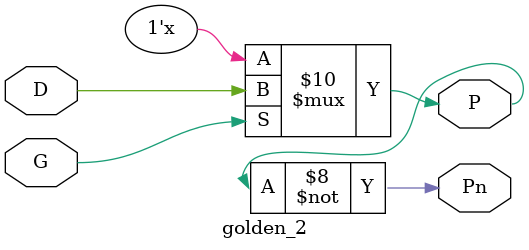
<source format=v>
`timescale 1ns/100ps

module practice_2_t();
    reg G, D;
    wire P, Pn, expected_P, expected_Pn;

    //====================================
    // TODO
    // Connect your practice_2 module here with "G", "D", "P", and "Pn".
    // Please connect it by port name but not order

    practice_2 p2(
        .G(G),
        .D(D),
        .P(P),
        .Pn(Pn)
    );
    
    //====================================

    golden_2 golden_latch(.G(G), .D(D), .P(expected_P), .Pn(expected_Pn));
    
    /* 
        NOTE:
        - Try tweaking these values, see how it affects the waveform. 
        - If you use a pattern of LEN >= 1000, the default simulation runtime in Vivado would not be enough. Check the appendix section in the spec on how to increase the simulation runtime.
    */
    parameter LEN = 9;
    reg [0:LEN-1] G_pattern = 9'b011001100; // Gate input G: 0 -> 1 -> 1 -> 0 -> 0 -> 1 -> 1 -> 0 -> 0
    reg [0:LEN-1] D_pattern = 9'b001101001; // Data input D: 0 -> 0 -> 1 -> 1 -> 0 -> 1 -> 0 -> 0 -> 1

    reg [0:LEN-1] student_Ps;
    reg [0:LEN-1] student_Pns;
    reg [0:LEN-1] golden_Ps;
    reg [0:LEN-1] golden_Pns;
    integer error_count, i;

    initial begin
        error_count = 0;
        for (i = 0; i < LEN; i = i + 1) begin
            G = G_pattern[i];
            D = D_pattern[i];

            // Check the outputs
            #1; // small delay to ensure output is ready
            student_Ps[i] = P;
            student_Pns[i] = Pn;
            golden_Ps[i] = expected_P;
            golden_Pns[i] = expected_Pn;
            if (P !== expected_P) error_count = error_count + 1;
            if (Pn !== expected_Pn) error_count = error_count + 1;

            #9;
        end

        if (error_count === 0) $display("[SUCCESS]: All tests passed successfully!");
        else begin
            $display("[ERROR]: There were %d errors.", error_count);

            $write("     Gate input G: %b", G_pattern[0]);
            for (i = 1; i < LEN; i = i + 1) $write(" -> %b", G_pattern[i]);
            $write("\n");

            $write("     Data input D: %b", D_pattern[0]);
            for (i = 1; i < LEN; i = i + 1) $write(" -> %b", D_pattern[i]);
            $write("\n");

            $write("    Your output P: %b", student_Ps[0]);
            for (i = 1; i < LEN; i = i + 1) $write(" -> %b", student_Ps[i]);
            $write("\n");

            $write("   Your output Pn: %b", student_Pns[0]);
            for (i = 1; i < LEN; i = i + 1) $write(" -> %b", student_Pns[i]);
            $write("\n");

            $write(" Correct output P: %b", golden_Ps[0]); 
            for (i = 1; i < LEN; i = i + 1) $write(" -> %b", golden_Ps[i]);
            $write("\n");

            $write("Correct output Pn: %b", golden_Pns[0]);
            for (i = 1; i < LEN; i = i + 1) $write(" -> %b", golden_Pns[i]);
            $write("\n");
        end
        $finish;
    end

endmodule

module golden_2(
    input wire G,
    input wire D,
    output reg P,
    output wire Pn
);
    assign Pn = ~P;
    always @(G or D) if (G) P <= D;
endmodule
</source>
